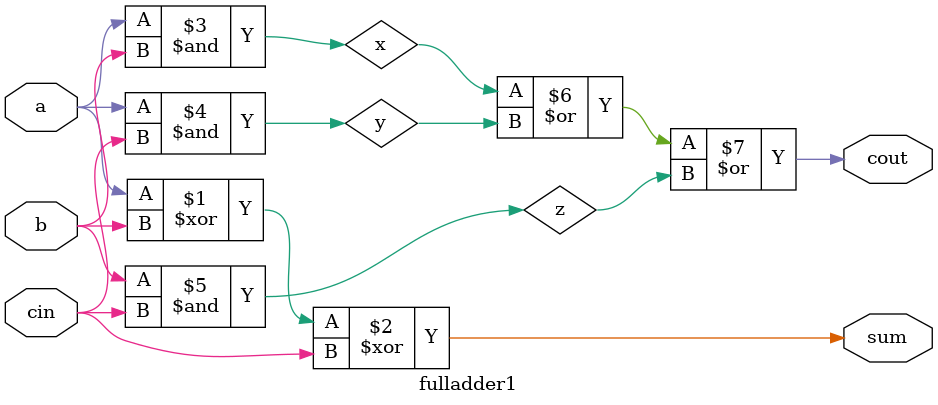
<source format=v>
module main;
reg [3:0] A,B;
reg Cin;
wire [3:0] SUM;
wire COUT;



//instantiation 
fulladder4 fadder(.cout(COUT),.sum(SUM),.a(A),.b(B),.cin(Cin));

//setup monitoring
initial
begin
  //prints in decimal
  //$monitor($time ," A=%b ,B=%b ,Cin=%b ,Cout=%b ,Sum=%d \n",A,B,Cin,COUT,SUM);
  $monitor($time ," A=%b ,B=%b ,Cin=%b ,Cout=%b ,Sum=%d \n",A,B,Cin,COUT,SUM);
end

//stimulus inputs
initial
begin
    A=4'd0 ;B=4'd0;Cin=1'b0;
    #5 A=4'd5;B=4'd8;
    #5 A=4'b1111; B=4'b1010;
    #5 A=4'b1011;B=4'b0111;Cin=1'b1;
    #5 A=4'd11;B=4'd10;Cin=1'b1;
end
endmodule



module fulladder4(cout,sum,a,b,cin);

output [3:0]sum;
output cout ;
input [3:0] a,b;
input cin ;

wire c1, c2,c3;
//1 bit adder instantiation

fulladder1 f0(c1,sum[0],a[0],b[0],cin);
fulladder1 f1(c2,sum[1],a[1],b[1],c1);
fulladder1 f2(c3,sum[2],a[2],b[2],c2);
fulladder1 f3(cout,sum[3],a[3],b[3],c3);

endmodule

module fulladder1(cout,sum,a,b,cin);

input a,b,cin;
output cout,sum;
wire x,y,z;

//assigment of output
xor(sum , a,b,cin);
//intermediate output
and(x,a,b);
and(y,a,cin);
and(z,b,cin);


or(cout,x,y,z);



endmodule


</source>
